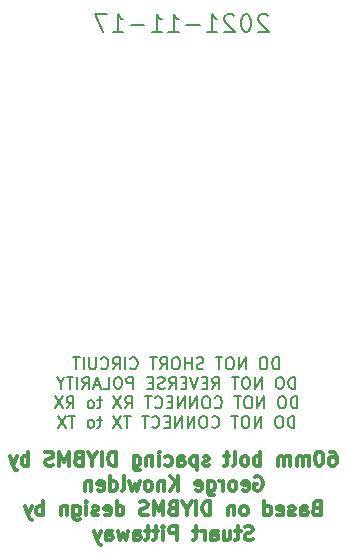
<source format=gbr>
G04 #@! TF.GenerationSoftware,KiCad,Pcbnew,5.1.10-88a1d61d58~88~ubuntu18.04.1*
G04 #@! TF.CreationDate,2021-11-17T22:12:39+08:00*
G04 #@! TF.ProjectId,ModuleV440,4d6f6475-6c65-4563-9434-302e6b696361,rev?*
G04 #@! TF.SameCoordinates,Original*
G04 #@! TF.FileFunction,Legend,Bot*
G04 #@! TF.FilePolarity,Positive*
%FSLAX46Y46*%
G04 Gerber Fmt 4.6, Leading zero omitted, Abs format (unit mm)*
G04 Created by KiCad (PCBNEW 5.1.10-88a1d61d58~88~ubuntu18.04.1) date 2021-11-17 22:12:39*
%MOMM*%
%LPD*%
G01*
G04 APERTURE LIST*
%ADD10C,0.300000*%
%ADD11C,0.150000*%
%ADD12C,0.200000*%
G04 APERTURE END LIST*
D10*
X130146171Y-89280457D02*
X130374742Y-89280457D01*
X130489028Y-89337600D01*
X130546171Y-89394742D01*
X130660457Y-89566171D01*
X130717600Y-89794742D01*
X130717600Y-90251885D01*
X130660457Y-90366171D01*
X130603314Y-90423314D01*
X130489028Y-90480457D01*
X130260457Y-90480457D01*
X130146171Y-90423314D01*
X130089028Y-90366171D01*
X130031885Y-90251885D01*
X130031885Y-89966171D01*
X130089028Y-89851885D01*
X130146171Y-89794742D01*
X130260457Y-89737600D01*
X130489028Y-89737600D01*
X130603314Y-89794742D01*
X130660457Y-89851885D01*
X130717600Y-89966171D01*
X129289028Y-89280457D02*
X129174742Y-89280457D01*
X129060457Y-89337600D01*
X129003314Y-89394742D01*
X128946171Y-89509028D01*
X128889028Y-89737600D01*
X128889028Y-90023314D01*
X128946171Y-90251885D01*
X129003314Y-90366171D01*
X129060457Y-90423314D01*
X129174742Y-90480457D01*
X129289028Y-90480457D01*
X129403314Y-90423314D01*
X129460457Y-90366171D01*
X129517600Y-90251885D01*
X129574742Y-90023314D01*
X129574742Y-89737600D01*
X129517600Y-89509028D01*
X129460457Y-89394742D01*
X129403314Y-89337600D01*
X129289028Y-89280457D01*
X128374742Y-90480457D02*
X128374742Y-89680457D01*
X128374742Y-89794742D02*
X128317600Y-89737600D01*
X128203314Y-89680457D01*
X128031885Y-89680457D01*
X127917600Y-89737600D01*
X127860457Y-89851885D01*
X127860457Y-90480457D01*
X127860457Y-89851885D02*
X127803314Y-89737600D01*
X127689028Y-89680457D01*
X127517600Y-89680457D01*
X127403314Y-89737600D01*
X127346171Y-89851885D01*
X127346171Y-90480457D01*
X126774742Y-90480457D02*
X126774742Y-89680457D01*
X126774742Y-89794742D02*
X126717600Y-89737600D01*
X126603314Y-89680457D01*
X126431885Y-89680457D01*
X126317600Y-89737600D01*
X126260457Y-89851885D01*
X126260457Y-90480457D01*
X126260457Y-89851885D02*
X126203314Y-89737600D01*
X126089028Y-89680457D01*
X125917600Y-89680457D01*
X125803314Y-89737600D01*
X125746171Y-89851885D01*
X125746171Y-90480457D01*
X124260457Y-90480457D02*
X124260457Y-89280457D01*
X124260457Y-89737600D02*
X124146171Y-89680457D01*
X123917600Y-89680457D01*
X123803314Y-89737600D01*
X123746171Y-89794742D01*
X123689028Y-89909028D01*
X123689028Y-90251885D01*
X123746171Y-90366171D01*
X123803314Y-90423314D01*
X123917600Y-90480457D01*
X124146171Y-90480457D01*
X124260457Y-90423314D01*
X123003314Y-90480457D02*
X123117600Y-90423314D01*
X123174742Y-90366171D01*
X123231885Y-90251885D01*
X123231885Y-89909028D01*
X123174742Y-89794742D01*
X123117600Y-89737600D01*
X123003314Y-89680457D01*
X122831885Y-89680457D01*
X122717600Y-89737600D01*
X122660457Y-89794742D01*
X122603314Y-89909028D01*
X122603314Y-90251885D01*
X122660457Y-90366171D01*
X122717600Y-90423314D01*
X122831885Y-90480457D01*
X123003314Y-90480457D01*
X121917600Y-90480457D02*
X122031885Y-90423314D01*
X122089028Y-90309028D01*
X122089028Y-89280457D01*
X121631885Y-89680457D02*
X121174742Y-89680457D01*
X121460457Y-89280457D02*
X121460457Y-90309028D01*
X121403314Y-90423314D01*
X121289028Y-90480457D01*
X121174742Y-90480457D01*
X119917600Y-90423314D02*
X119803314Y-90480457D01*
X119574742Y-90480457D01*
X119460457Y-90423314D01*
X119403314Y-90309028D01*
X119403314Y-90251885D01*
X119460457Y-90137600D01*
X119574742Y-90080457D01*
X119746171Y-90080457D01*
X119860457Y-90023314D01*
X119917600Y-89909028D01*
X119917600Y-89851885D01*
X119860457Y-89737600D01*
X119746171Y-89680457D01*
X119574742Y-89680457D01*
X119460457Y-89737600D01*
X118889028Y-89680457D02*
X118889028Y-90880457D01*
X118889028Y-89737600D02*
X118774742Y-89680457D01*
X118546171Y-89680457D01*
X118431885Y-89737600D01*
X118374742Y-89794742D01*
X118317600Y-89909028D01*
X118317600Y-90251885D01*
X118374742Y-90366171D01*
X118431885Y-90423314D01*
X118546171Y-90480457D01*
X118774742Y-90480457D01*
X118889028Y-90423314D01*
X117289028Y-90480457D02*
X117289028Y-89851885D01*
X117346171Y-89737600D01*
X117460457Y-89680457D01*
X117689028Y-89680457D01*
X117803314Y-89737600D01*
X117289028Y-90423314D02*
X117403314Y-90480457D01*
X117689028Y-90480457D01*
X117803314Y-90423314D01*
X117860457Y-90309028D01*
X117860457Y-90194742D01*
X117803314Y-90080457D01*
X117689028Y-90023314D01*
X117403314Y-90023314D01*
X117289028Y-89966171D01*
X116203314Y-90423314D02*
X116317600Y-90480457D01*
X116546171Y-90480457D01*
X116660457Y-90423314D01*
X116717600Y-90366171D01*
X116774742Y-90251885D01*
X116774742Y-89909028D01*
X116717600Y-89794742D01*
X116660457Y-89737600D01*
X116546171Y-89680457D01*
X116317600Y-89680457D01*
X116203314Y-89737600D01*
X115689028Y-90480457D02*
X115689028Y-89680457D01*
X115689028Y-89280457D02*
X115746171Y-89337600D01*
X115689028Y-89394742D01*
X115631885Y-89337600D01*
X115689028Y-89280457D01*
X115689028Y-89394742D01*
X115117600Y-89680457D02*
X115117600Y-90480457D01*
X115117600Y-89794742D02*
X115060457Y-89737600D01*
X114946171Y-89680457D01*
X114774742Y-89680457D01*
X114660457Y-89737600D01*
X114603314Y-89851885D01*
X114603314Y-90480457D01*
X113517600Y-89680457D02*
X113517600Y-90651885D01*
X113574742Y-90766171D01*
X113631885Y-90823314D01*
X113746171Y-90880457D01*
X113917600Y-90880457D01*
X114031885Y-90823314D01*
X113517600Y-90423314D02*
X113631885Y-90480457D01*
X113860457Y-90480457D01*
X113974742Y-90423314D01*
X114031885Y-90366171D01*
X114089028Y-90251885D01*
X114089028Y-89909028D01*
X114031885Y-89794742D01*
X113974742Y-89737600D01*
X113860457Y-89680457D01*
X113631885Y-89680457D01*
X113517600Y-89737600D01*
X112031885Y-90480457D02*
X112031885Y-89280457D01*
X111746171Y-89280457D01*
X111574742Y-89337600D01*
X111460457Y-89451885D01*
X111403314Y-89566171D01*
X111346171Y-89794742D01*
X111346171Y-89966171D01*
X111403314Y-90194742D01*
X111460457Y-90309028D01*
X111574742Y-90423314D01*
X111746171Y-90480457D01*
X112031885Y-90480457D01*
X110831885Y-90480457D02*
X110831885Y-89280457D01*
X110031885Y-89909028D02*
X110031885Y-90480457D01*
X110431885Y-89280457D02*
X110031885Y-89909028D01*
X109631885Y-89280457D01*
X108831885Y-89851885D02*
X108660457Y-89909028D01*
X108603314Y-89966171D01*
X108546171Y-90080457D01*
X108546171Y-90251885D01*
X108603314Y-90366171D01*
X108660457Y-90423314D01*
X108774742Y-90480457D01*
X109231885Y-90480457D01*
X109231885Y-89280457D01*
X108831885Y-89280457D01*
X108717600Y-89337600D01*
X108660457Y-89394742D01*
X108603314Y-89509028D01*
X108603314Y-89623314D01*
X108660457Y-89737600D01*
X108717600Y-89794742D01*
X108831885Y-89851885D01*
X109231885Y-89851885D01*
X108031885Y-90480457D02*
X108031885Y-89280457D01*
X107631885Y-90137600D01*
X107231885Y-89280457D01*
X107231885Y-90480457D01*
X106717600Y-90423314D02*
X106546171Y-90480457D01*
X106260457Y-90480457D01*
X106146171Y-90423314D01*
X106089028Y-90366171D01*
X106031885Y-90251885D01*
X106031885Y-90137600D01*
X106089028Y-90023314D01*
X106146171Y-89966171D01*
X106260457Y-89909028D01*
X106489028Y-89851885D01*
X106603314Y-89794742D01*
X106660457Y-89737600D01*
X106717600Y-89623314D01*
X106717600Y-89509028D01*
X106660457Y-89394742D01*
X106603314Y-89337600D01*
X106489028Y-89280457D01*
X106203314Y-89280457D01*
X106031885Y-89337600D01*
X104603314Y-90480457D02*
X104603314Y-89280457D01*
X104603314Y-89737600D02*
X104489028Y-89680457D01*
X104260457Y-89680457D01*
X104146171Y-89737600D01*
X104089028Y-89794742D01*
X104031885Y-89909028D01*
X104031885Y-90251885D01*
X104089028Y-90366171D01*
X104146171Y-90423314D01*
X104260457Y-90480457D01*
X104489028Y-90480457D01*
X104603314Y-90423314D01*
X103631885Y-89680457D02*
X103346171Y-90480457D01*
X103060457Y-89680457D02*
X103346171Y-90480457D01*
X103460457Y-90766171D01*
X103517600Y-90823314D01*
X103631885Y-90880457D01*
X123774742Y-91437600D02*
X123889028Y-91380457D01*
X124060457Y-91380457D01*
X124231885Y-91437600D01*
X124346171Y-91551885D01*
X124403314Y-91666171D01*
X124460457Y-91894742D01*
X124460457Y-92066171D01*
X124403314Y-92294742D01*
X124346171Y-92409028D01*
X124231885Y-92523314D01*
X124060457Y-92580457D01*
X123946171Y-92580457D01*
X123774742Y-92523314D01*
X123717600Y-92466171D01*
X123717600Y-92066171D01*
X123946171Y-92066171D01*
X122746171Y-92523314D02*
X122860457Y-92580457D01*
X123089028Y-92580457D01*
X123203314Y-92523314D01*
X123260457Y-92409028D01*
X123260457Y-91951885D01*
X123203314Y-91837600D01*
X123089028Y-91780457D01*
X122860457Y-91780457D01*
X122746171Y-91837600D01*
X122689028Y-91951885D01*
X122689028Y-92066171D01*
X123260457Y-92180457D01*
X122003314Y-92580457D02*
X122117600Y-92523314D01*
X122174742Y-92466171D01*
X122231885Y-92351885D01*
X122231885Y-92009028D01*
X122174742Y-91894742D01*
X122117600Y-91837600D01*
X122003314Y-91780457D01*
X121831885Y-91780457D01*
X121717600Y-91837600D01*
X121660457Y-91894742D01*
X121603314Y-92009028D01*
X121603314Y-92351885D01*
X121660457Y-92466171D01*
X121717600Y-92523314D01*
X121831885Y-92580457D01*
X122003314Y-92580457D01*
X121089028Y-92580457D02*
X121089028Y-91780457D01*
X121089028Y-92009028D02*
X121031885Y-91894742D01*
X120974742Y-91837600D01*
X120860457Y-91780457D01*
X120746171Y-91780457D01*
X119831885Y-91780457D02*
X119831885Y-92751885D01*
X119889028Y-92866171D01*
X119946171Y-92923314D01*
X120060457Y-92980457D01*
X120231885Y-92980457D01*
X120346171Y-92923314D01*
X119831885Y-92523314D02*
X119946171Y-92580457D01*
X120174742Y-92580457D01*
X120289028Y-92523314D01*
X120346171Y-92466171D01*
X120403314Y-92351885D01*
X120403314Y-92009028D01*
X120346171Y-91894742D01*
X120289028Y-91837600D01*
X120174742Y-91780457D01*
X119946171Y-91780457D01*
X119831885Y-91837600D01*
X118803314Y-92523314D02*
X118917600Y-92580457D01*
X119146171Y-92580457D01*
X119260457Y-92523314D01*
X119317600Y-92409028D01*
X119317600Y-91951885D01*
X119260457Y-91837600D01*
X119146171Y-91780457D01*
X118917600Y-91780457D01*
X118803314Y-91837600D01*
X118746171Y-91951885D01*
X118746171Y-92066171D01*
X119317600Y-92180457D01*
X117317600Y-92580457D02*
X117317600Y-91380457D01*
X116631885Y-92580457D02*
X117146171Y-91894742D01*
X116631885Y-91380457D02*
X117317600Y-92066171D01*
X116117600Y-91780457D02*
X116117600Y-92580457D01*
X116117600Y-91894742D02*
X116060457Y-91837600D01*
X115946171Y-91780457D01*
X115774742Y-91780457D01*
X115660457Y-91837600D01*
X115603314Y-91951885D01*
X115603314Y-92580457D01*
X114860457Y-92580457D02*
X114974742Y-92523314D01*
X115031885Y-92466171D01*
X115089028Y-92351885D01*
X115089028Y-92009028D01*
X115031885Y-91894742D01*
X114974742Y-91837600D01*
X114860457Y-91780457D01*
X114689028Y-91780457D01*
X114574742Y-91837600D01*
X114517600Y-91894742D01*
X114460457Y-92009028D01*
X114460457Y-92351885D01*
X114517600Y-92466171D01*
X114574742Y-92523314D01*
X114689028Y-92580457D01*
X114860457Y-92580457D01*
X114060457Y-91780457D02*
X113831885Y-92580457D01*
X113603314Y-92009028D01*
X113374742Y-92580457D01*
X113146171Y-91780457D01*
X112517600Y-92580457D02*
X112631885Y-92523314D01*
X112689028Y-92409028D01*
X112689028Y-91380457D01*
X111546171Y-92580457D02*
X111546171Y-91380457D01*
X111546171Y-92523314D02*
X111660457Y-92580457D01*
X111889028Y-92580457D01*
X112003314Y-92523314D01*
X112060457Y-92466171D01*
X112117600Y-92351885D01*
X112117600Y-92009028D01*
X112060457Y-91894742D01*
X112003314Y-91837600D01*
X111889028Y-91780457D01*
X111660457Y-91780457D01*
X111546171Y-91837600D01*
X110517600Y-92523314D02*
X110631885Y-92580457D01*
X110860457Y-92580457D01*
X110974742Y-92523314D01*
X111031885Y-92409028D01*
X111031885Y-91951885D01*
X110974742Y-91837600D01*
X110860457Y-91780457D01*
X110631885Y-91780457D01*
X110517600Y-91837600D01*
X110460457Y-91951885D01*
X110460457Y-92066171D01*
X111031885Y-92180457D01*
X109946171Y-91780457D02*
X109946171Y-92580457D01*
X109946171Y-91894742D02*
X109889028Y-91837600D01*
X109774742Y-91780457D01*
X109603314Y-91780457D01*
X109489028Y-91837600D01*
X109431885Y-91951885D01*
X109431885Y-92580457D01*
X129003314Y-94051885D02*
X128831885Y-94109028D01*
X128774742Y-94166171D01*
X128717600Y-94280457D01*
X128717600Y-94451885D01*
X128774742Y-94566171D01*
X128831885Y-94623314D01*
X128946171Y-94680457D01*
X129403314Y-94680457D01*
X129403314Y-93480457D01*
X129003314Y-93480457D01*
X128889028Y-93537600D01*
X128831885Y-93594742D01*
X128774742Y-93709028D01*
X128774742Y-93823314D01*
X128831885Y-93937600D01*
X128889028Y-93994742D01*
X129003314Y-94051885D01*
X129403314Y-94051885D01*
X127689028Y-94680457D02*
X127689028Y-94051885D01*
X127746171Y-93937600D01*
X127860457Y-93880457D01*
X128089028Y-93880457D01*
X128203314Y-93937600D01*
X127689028Y-94623314D02*
X127803314Y-94680457D01*
X128089028Y-94680457D01*
X128203314Y-94623314D01*
X128260457Y-94509028D01*
X128260457Y-94394742D01*
X128203314Y-94280457D01*
X128089028Y-94223314D01*
X127803314Y-94223314D01*
X127689028Y-94166171D01*
X127174742Y-94623314D02*
X127060457Y-94680457D01*
X126831885Y-94680457D01*
X126717600Y-94623314D01*
X126660457Y-94509028D01*
X126660457Y-94451885D01*
X126717600Y-94337600D01*
X126831885Y-94280457D01*
X127003314Y-94280457D01*
X127117600Y-94223314D01*
X127174742Y-94109028D01*
X127174742Y-94051885D01*
X127117600Y-93937600D01*
X127003314Y-93880457D01*
X126831885Y-93880457D01*
X126717600Y-93937600D01*
X125689028Y-94623314D02*
X125803314Y-94680457D01*
X126031885Y-94680457D01*
X126146171Y-94623314D01*
X126203314Y-94509028D01*
X126203314Y-94051885D01*
X126146171Y-93937600D01*
X126031885Y-93880457D01*
X125803314Y-93880457D01*
X125689028Y-93937600D01*
X125631885Y-94051885D01*
X125631885Y-94166171D01*
X126203314Y-94280457D01*
X124603314Y-94680457D02*
X124603314Y-93480457D01*
X124603314Y-94623314D02*
X124717600Y-94680457D01*
X124946171Y-94680457D01*
X125060457Y-94623314D01*
X125117600Y-94566171D01*
X125174742Y-94451885D01*
X125174742Y-94109028D01*
X125117600Y-93994742D01*
X125060457Y-93937600D01*
X124946171Y-93880457D01*
X124717600Y-93880457D01*
X124603314Y-93937600D01*
X122946171Y-94680457D02*
X123060457Y-94623314D01*
X123117600Y-94566171D01*
X123174742Y-94451885D01*
X123174742Y-94109028D01*
X123117600Y-93994742D01*
X123060457Y-93937600D01*
X122946171Y-93880457D01*
X122774742Y-93880457D01*
X122660457Y-93937600D01*
X122603314Y-93994742D01*
X122546171Y-94109028D01*
X122546171Y-94451885D01*
X122603314Y-94566171D01*
X122660457Y-94623314D01*
X122774742Y-94680457D01*
X122946171Y-94680457D01*
X122031885Y-93880457D02*
X122031885Y-94680457D01*
X122031885Y-93994742D02*
X121974742Y-93937600D01*
X121860457Y-93880457D01*
X121689028Y-93880457D01*
X121574742Y-93937600D01*
X121517600Y-94051885D01*
X121517600Y-94680457D01*
X120031885Y-94680457D02*
X120031885Y-93480457D01*
X119746171Y-93480457D01*
X119574742Y-93537600D01*
X119460457Y-93651885D01*
X119403314Y-93766171D01*
X119346171Y-93994742D01*
X119346171Y-94166171D01*
X119403314Y-94394742D01*
X119460457Y-94509028D01*
X119574742Y-94623314D01*
X119746171Y-94680457D01*
X120031885Y-94680457D01*
X118831885Y-94680457D02*
X118831885Y-93480457D01*
X118031885Y-94109028D02*
X118031885Y-94680457D01*
X118431885Y-93480457D02*
X118031885Y-94109028D01*
X117631885Y-93480457D01*
X116831885Y-94051885D02*
X116660457Y-94109028D01*
X116603314Y-94166171D01*
X116546171Y-94280457D01*
X116546171Y-94451885D01*
X116603314Y-94566171D01*
X116660457Y-94623314D01*
X116774742Y-94680457D01*
X117231885Y-94680457D01*
X117231885Y-93480457D01*
X116831885Y-93480457D01*
X116717600Y-93537600D01*
X116660457Y-93594742D01*
X116603314Y-93709028D01*
X116603314Y-93823314D01*
X116660457Y-93937600D01*
X116717600Y-93994742D01*
X116831885Y-94051885D01*
X117231885Y-94051885D01*
X116031885Y-94680457D02*
X116031885Y-93480457D01*
X115631885Y-94337600D01*
X115231885Y-93480457D01*
X115231885Y-94680457D01*
X114717600Y-94623314D02*
X114546171Y-94680457D01*
X114260457Y-94680457D01*
X114146171Y-94623314D01*
X114089028Y-94566171D01*
X114031885Y-94451885D01*
X114031885Y-94337600D01*
X114089028Y-94223314D01*
X114146171Y-94166171D01*
X114260457Y-94109028D01*
X114489028Y-94051885D01*
X114603314Y-93994742D01*
X114660457Y-93937600D01*
X114717600Y-93823314D01*
X114717600Y-93709028D01*
X114660457Y-93594742D01*
X114603314Y-93537600D01*
X114489028Y-93480457D01*
X114203314Y-93480457D01*
X114031885Y-93537600D01*
X112089028Y-94680457D02*
X112089028Y-93480457D01*
X112089028Y-94623314D02*
X112203314Y-94680457D01*
X112431885Y-94680457D01*
X112546171Y-94623314D01*
X112603314Y-94566171D01*
X112660457Y-94451885D01*
X112660457Y-94109028D01*
X112603314Y-93994742D01*
X112546171Y-93937600D01*
X112431885Y-93880457D01*
X112203314Y-93880457D01*
X112089028Y-93937600D01*
X111060457Y-94623314D02*
X111174742Y-94680457D01*
X111403314Y-94680457D01*
X111517600Y-94623314D01*
X111574742Y-94509028D01*
X111574742Y-94051885D01*
X111517600Y-93937600D01*
X111403314Y-93880457D01*
X111174742Y-93880457D01*
X111060457Y-93937600D01*
X111003314Y-94051885D01*
X111003314Y-94166171D01*
X111574742Y-94280457D01*
X110546171Y-94623314D02*
X110431885Y-94680457D01*
X110203314Y-94680457D01*
X110089028Y-94623314D01*
X110031885Y-94509028D01*
X110031885Y-94451885D01*
X110089028Y-94337600D01*
X110203314Y-94280457D01*
X110374742Y-94280457D01*
X110489028Y-94223314D01*
X110546171Y-94109028D01*
X110546171Y-94051885D01*
X110489028Y-93937600D01*
X110374742Y-93880457D01*
X110203314Y-93880457D01*
X110089028Y-93937600D01*
X109517600Y-94680457D02*
X109517600Y-93880457D01*
X109517600Y-93480457D02*
X109574742Y-93537600D01*
X109517600Y-93594742D01*
X109460457Y-93537600D01*
X109517600Y-93480457D01*
X109517600Y-93594742D01*
X108431885Y-93880457D02*
X108431885Y-94851885D01*
X108489028Y-94966171D01*
X108546171Y-95023314D01*
X108660457Y-95080457D01*
X108831885Y-95080457D01*
X108946171Y-95023314D01*
X108431885Y-94623314D02*
X108546171Y-94680457D01*
X108774742Y-94680457D01*
X108889028Y-94623314D01*
X108946171Y-94566171D01*
X109003314Y-94451885D01*
X109003314Y-94109028D01*
X108946171Y-93994742D01*
X108889028Y-93937600D01*
X108774742Y-93880457D01*
X108546171Y-93880457D01*
X108431885Y-93937600D01*
X107860457Y-93880457D02*
X107860457Y-94680457D01*
X107860457Y-93994742D02*
X107803314Y-93937600D01*
X107689028Y-93880457D01*
X107517600Y-93880457D01*
X107403314Y-93937600D01*
X107346171Y-94051885D01*
X107346171Y-94680457D01*
X105860457Y-94680457D02*
X105860457Y-93480457D01*
X105860457Y-93937600D02*
X105746171Y-93880457D01*
X105517600Y-93880457D01*
X105403314Y-93937600D01*
X105346171Y-93994742D01*
X105289028Y-94109028D01*
X105289028Y-94451885D01*
X105346171Y-94566171D01*
X105403314Y-94623314D01*
X105517600Y-94680457D01*
X105746171Y-94680457D01*
X105860457Y-94623314D01*
X104889028Y-93880457D02*
X104603314Y-94680457D01*
X104317600Y-93880457D02*
X104603314Y-94680457D01*
X104717600Y-94966171D01*
X104774742Y-95023314D01*
X104889028Y-95080457D01*
X123603314Y-96723314D02*
X123431885Y-96780457D01*
X123146171Y-96780457D01*
X123031885Y-96723314D01*
X122974742Y-96666171D01*
X122917600Y-96551885D01*
X122917600Y-96437600D01*
X122974742Y-96323314D01*
X123031885Y-96266171D01*
X123146171Y-96209028D01*
X123374742Y-96151885D01*
X123489028Y-96094742D01*
X123546171Y-96037600D01*
X123603314Y-95923314D01*
X123603314Y-95809028D01*
X123546171Y-95694742D01*
X123489028Y-95637600D01*
X123374742Y-95580457D01*
X123089028Y-95580457D01*
X122917600Y-95637600D01*
X122574742Y-95980457D02*
X122117600Y-95980457D01*
X122403314Y-95580457D02*
X122403314Y-96609028D01*
X122346171Y-96723314D01*
X122231885Y-96780457D01*
X122117600Y-96780457D01*
X121203314Y-95980457D02*
X121203314Y-96780457D01*
X121717600Y-95980457D02*
X121717600Y-96609028D01*
X121660457Y-96723314D01*
X121546171Y-96780457D01*
X121374742Y-96780457D01*
X121260457Y-96723314D01*
X121203314Y-96666171D01*
X120117600Y-96780457D02*
X120117600Y-96151885D01*
X120174742Y-96037600D01*
X120289028Y-95980457D01*
X120517600Y-95980457D01*
X120631885Y-96037600D01*
X120117600Y-96723314D02*
X120231885Y-96780457D01*
X120517600Y-96780457D01*
X120631885Y-96723314D01*
X120689028Y-96609028D01*
X120689028Y-96494742D01*
X120631885Y-96380457D01*
X120517600Y-96323314D01*
X120231885Y-96323314D01*
X120117600Y-96266171D01*
X119546171Y-96780457D02*
X119546171Y-95980457D01*
X119546171Y-96209028D02*
X119489028Y-96094742D01*
X119431885Y-96037600D01*
X119317600Y-95980457D01*
X119203314Y-95980457D01*
X118974742Y-95980457D02*
X118517600Y-95980457D01*
X118803314Y-95580457D02*
X118803314Y-96609028D01*
X118746171Y-96723314D01*
X118631885Y-96780457D01*
X118517600Y-96780457D01*
X117203314Y-96780457D02*
X117203314Y-95580457D01*
X116746171Y-95580457D01*
X116631885Y-95637600D01*
X116574742Y-95694742D01*
X116517600Y-95809028D01*
X116517600Y-95980457D01*
X116574742Y-96094742D01*
X116631885Y-96151885D01*
X116746171Y-96209028D01*
X117203314Y-96209028D01*
X116003314Y-96780457D02*
X116003314Y-95980457D01*
X116003314Y-95580457D02*
X116060457Y-95637600D01*
X116003314Y-95694742D01*
X115946171Y-95637600D01*
X116003314Y-95580457D01*
X116003314Y-95694742D01*
X115603314Y-95980457D02*
X115146171Y-95980457D01*
X115431885Y-95580457D02*
X115431885Y-96609028D01*
X115374742Y-96723314D01*
X115260457Y-96780457D01*
X115146171Y-96780457D01*
X114917600Y-95980457D02*
X114460457Y-95980457D01*
X114746171Y-95580457D02*
X114746171Y-96609028D01*
X114689028Y-96723314D01*
X114574742Y-96780457D01*
X114460457Y-96780457D01*
X113546171Y-96780457D02*
X113546171Y-96151885D01*
X113603314Y-96037600D01*
X113717600Y-95980457D01*
X113946171Y-95980457D01*
X114060457Y-96037600D01*
X113546171Y-96723314D02*
X113660457Y-96780457D01*
X113946171Y-96780457D01*
X114060457Y-96723314D01*
X114117600Y-96609028D01*
X114117600Y-96494742D01*
X114060457Y-96380457D01*
X113946171Y-96323314D01*
X113660457Y-96323314D01*
X113546171Y-96266171D01*
X113089028Y-95980457D02*
X112860457Y-96780457D01*
X112631885Y-96209028D01*
X112403314Y-96780457D01*
X112174742Y-95980457D01*
X111203314Y-96780457D02*
X111203314Y-96151885D01*
X111260457Y-96037600D01*
X111374742Y-95980457D01*
X111603314Y-95980457D01*
X111717600Y-96037600D01*
X111203314Y-96723314D02*
X111317600Y-96780457D01*
X111603314Y-96780457D01*
X111717600Y-96723314D01*
X111774742Y-96609028D01*
X111774742Y-96494742D01*
X111717600Y-96380457D01*
X111603314Y-96323314D01*
X111317600Y-96323314D01*
X111203314Y-96266171D01*
X110746171Y-95980457D02*
X110460457Y-96780457D01*
X110174742Y-95980457D02*
X110460457Y-96780457D01*
X110574742Y-97066171D01*
X110631885Y-97123314D01*
X110746171Y-97180457D01*
D11*
X125810457Y-82314980D02*
X125810457Y-81314980D01*
X125572361Y-81314980D01*
X125429504Y-81362600D01*
X125334266Y-81457838D01*
X125286647Y-81553076D01*
X125239028Y-81743552D01*
X125239028Y-81886409D01*
X125286647Y-82076885D01*
X125334266Y-82172123D01*
X125429504Y-82267361D01*
X125572361Y-82314980D01*
X125810457Y-82314980D01*
X124619980Y-81314980D02*
X124429504Y-81314980D01*
X124334266Y-81362600D01*
X124239028Y-81457838D01*
X124191409Y-81648314D01*
X124191409Y-81981647D01*
X124239028Y-82172123D01*
X124334266Y-82267361D01*
X124429504Y-82314980D01*
X124619980Y-82314980D01*
X124715219Y-82267361D01*
X124810457Y-82172123D01*
X124858076Y-81981647D01*
X124858076Y-81648314D01*
X124810457Y-81457838D01*
X124715219Y-81362600D01*
X124619980Y-81314980D01*
X123000933Y-82314980D02*
X123000933Y-81314980D01*
X122429504Y-82314980D01*
X122429504Y-81314980D01*
X121762838Y-81314980D02*
X121572361Y-81314980D01*
X121477123Y-81362600D01*
X121381885Y-81457838D01*
X121334266Y-81648314D01*
X121334266Y-81981647D01*
X121381885Y-82172123D01*
X121477123Y-82267361D01*
X121572361Y-82314980D01*
X121762838Y-82314980D01*
X121858076Y-82267361D01*
X121953314Y-82172123D01*
X122000933Y-81981647D01*
X122000933Y-81648314D01*
X121953314Y-81457838D01*
X121858076Y-81362600D01*
X121762838Y-81314980D01*
X121048552Y-81314980D02*
X120477123Y-81314980D01*
X120762838Y-82314980D02*
X120762838Y-81314980D01*
X119429504Y-82267361D02*
X119286647Y-82314980D01*
X119048552Y-82314980D01*
X118953314Y-82267361D01*
X118905695Y-82219742D01*
X118858076Y-82124504D01*
X118858076Y-82029266D01*
X118905695Y-81934028D01*
X118953314Y-81886409D01*
X119048552Y-81838790D01*
X119239028Y-81791171D01*
X119334266Y-81743552D01*
X119381885Y-81695933D01*
X119429504Y-81600695D01*
X119429504Y-81505457D01*
X119381885Y-81410219D01*
X119334266Y-81362600D01*
X119239028Y-81314980D01*
X119000933Y-81314980D01*
X118858076Y-81362600D01*
X118429504Y-82314980D02*
X118429504Y-81314980D01*
X118429504Y-81791171D02*
X117858076Y-81791171D01*
X117858076Y-82314980D02*
X117858076Y-81314980D01*
X117191409Y-81314980D02*
X117000933Y-81314980D01*
X116905695Y-81362600D01*
X116810457Y-81457838D01*
X116762838Y-81648314D01*
X116762838Y-81981647D01*
X116810457Y-82172123D01*
X116905695Y-82267361D01*
X117000933Y-82314980D01*
X117191409Y-82314980D01*
X117286647Y-82267361D01*
X117381885Y-82172123D01*
X117429504Y-81981647D01*
X117429504Y-81648314D01*
X117381885Y-81457838D01*
X117286647Y-81362600D01*
X117191409Y-81314980D01*
X115762838Y-82314980D02*
X116096171Y-81838790D01*
X116334266Y-82314980D02*
X116334266Y-81314980D01*
X115953314Y-81314980D01*
X115858076Y-81362600D01*
X115810457Y-81410219D01*
X115762838Y-81505457D01*
X115762838Y-81648314D01*
X115810457Y-81743552D01*
X115858076Y-81791171D01*
X115953314Y-81838790D01*
X116334266Y-81838790D01*
X115477123Y-81314980D02*
X114905695Y-81314980D01*
X115191409Y-82314980D02*
X115191409Y-81314980D01*
X113239028Y-82219742D02*
X113286647Y-82267361D01*
X113429504Y-82314980D01*
X113524742Y-82314980D01*
X113667600Y-82267361D01*
X113762838Y-82172123D01*
X113810457Y-82076885D01*
X113858076Y-81886409D01*
X113858076Y-81743552D01*
X113810457Y-81553076D01*
X113762838Y-81457838D01*
X113667600Y-81362600D01*
X113524742Y-81314980D01*
X113429504Y-81314980D01*
X113286647Y-81362600D01*
X113239028Y-81410219D01*
X112810457Y-82314980D02*
X112810457Y-81314980D01*
X111762838Y-82314980D02*
X112096171Y-81838790D01*
X112334266Y-82314980D02*
X112334266Y-81314980D01*
X111953314Y-81314980D01*
X111858076Y-81362600D01*
X111810457Y-81410219D01*
X111762838Y-81505457D01*
X111762838Y-81648314D01*
X111810457Y-81743552D01*
X111858076Y-81791171D01*
X111953314Y-81838790D01*
X112334266Y-81838790D01*
X110762838Y-82219742D02*
X110810457Y-82267361D01*
X110953314Y-82314980D01*
X111048552Y-82314980D01*
X111191409Y-82267361D01*
X111286647Y-82172123D01*
X111334266Y-82076885D01*
X111381885Y-81886409D01*
X111381885Y-81743552D01*
X111334266Y-81553076D01*
X111286647Y-81457838D01*
X111191409Y-81362600D01*
X111048552Y-81314980D01*
X110953314Y-81314980D01*
X110810457Y-81362600D01*
X110762838Y-81410219D01*
X110334266Y-81314980D02*
X110334266Y-82124504D01*
X110286647Y-82219742D01*
X110239028Y-82267361D01*
X110143790Y-82314980D01*
X109953314Y-82314980D01*
X109858076Y-82267361D01*
X109810457Y-82219742D01*
X109762838Y-82124504D01*
X109762838Y-81314980D01*
X109286647Y-82314980D02*
X109286647Y-81314980D01*
X108953314Y-81314980D02*
X108381885Y-81314980D01*
X108667600Y-82314980D02*
X108667600Y-81314980D01*
X127191409Y-83964980D02*
X127191409Y-82964980D01*
X126953314Y-82964980D01*
X126810457Y-83012600D01*
X126715219Y-83107838D01*
X126667600Y-83203076D01*
X126619980Y-83393552D01*
X126619980Y-83536409D01*
X126667600Y-83726885D01*
X126715219Y-83822123D01*
X126810457Y-83917361D01*
X126953314Y-83964980D01*
X127191409Y-83964980D01*
X126000933Y-82964980D02*
X125810457Y-82964980D01*
X125715219Y-83012600D01*
X125619980Y-83107838D01*
X125572361Y-83298314D01*
X125572361Y-83631647D01*
X125619980Y-83822123D01*
X125715219Y-83917361D01*
X125810457Y-83964980D01*
X126000933Y-83964980D01*
X126096171Y-83917361D01*
X126191409Y-83822123D01*
X126239028Y-83631647D01*
X126239028Y-83298314D01*
X126191409Y-83107838D01*
X126096171Y-83012600D01*
X126000933Y-82964980D01*
X124381885Y-83964980D02*
X124381885Y-82964980D01*
X123810457Y-83964980D01*
X123810457Y-82964980D01*
X123143790Y-82964980D02*
X122953314Y-82964980D01*
X122858076Y-83012600D01*
X122762838Y-83107838D01*
X122715219Y-83298314D01*
X122715219Y-83631647D01*
X122762838Y-83822123D01*
X122858076Y-83917361D01*
X122953314Y-83964980D01*
X123143790Y-83964980D01*
X123239028Y-83917361D01*
X123334266Y-83822123D01*
X123381885Y-83631647D01*
X123381885Y-83298314D01*
X123334266Y-83107838D01*
X123239028Y-83012600D01*
X123143790Y-82964980D01*
X122429504Y-82964980D02*
X121858076Y-82964980D01*
X122143790Y-83964980D02*
X122143790Y-82964980D01*
X120191409Y-83964980D02*
X120524742Y-83488790D01*
X120762838Y-83964980D02*
X120762838Y-82964980D01*
X120381885Y-82964980D01*
X120286647Y-83012600D01*
X120239028Y-83060219D01*
X120191409Y-83155457D01*
X120191409Y-83298314D01*
X120239028Y-83393552D01*
X120286647Y-83441171D01*
X120381885Y-83488790D01*
X120762838Y-83488790D01*
X119762838Y-83441171D02*
X119429504Y-83441171D01*
X119286647Y-83964980D02*
X119762838Y-83964980D01*
X119762838Y-82964980D01*
X119286647Y-82964980D01*
X119000933Y-82964980D02*
X118667600Y-83964980D01*
X118334266Y-82964980D01*
X118000933Y-83441171D02*
X117667600Y-83441171D01*
X117524742Y-83964980D02*
X118000933Y-83964980D01*
X118000933Y-82964980D01*
X117524742Y-82964980D01*
X116524742Y-83964980D02*
X116858076Y-83488790D01*
X117096171Y-83964980D02*
X117096171Y-82964980D01*
X116715219Y-82964980D01*
X116619980Y-83012600D01*
X116572361Y-83060219D01*
X116524742Y-83155457D01*
X116524742Y-83298314D01*
X116572361Y-83393552D01*
X116619980Y-83441171D01*
X116715219Y-83488790D01*
X117096171Y-83488790D01*
X116143790Y-83917361D02*
X116000933Y-83964980D01*
X115762838Y-83964980D01*
X115667600Y-83917361D01*
X115619980Y-83869742D01*
X115572361Y-83774504D01*
X115572361Y-83679266D01*
X115619980Y-83584028D01*
X115667600Y-83536409D01*
X115762838Y-83488790D01*
X115953314Y-83441171D01*
X116048552Y-83393552D01*
X116096171Y-83345933D01*
X116143790Y-83250695D01*
X116143790Y-83155457D01*
X116096171Y-83060219D01*
X116048552Y-83012600D01*
X115953314Y-82964980D01*
X115715219Y-82964980D01*
X115572361Y-83012600D01*
X115143790Y-83441171D02*
X114810457Y-83441171D01*
X114667600Y-83964980D02*
X115143790Y-83964980D01*
X115143790Y-82964980D01*
X114667600Y-82964980D01*
X113477123Y-83964980D02*
X113477123Y-82964980D01*
X113096171Y-82964980D01*
X113000933Y-83012600D01*
X112953314Y-83060219D01*
X112905695Y-83155457D01*
X112905695Y-83298314D01*
X112953314Y-83393552D01*
X113000933Y-83441171D01*
X113096171Y-83488790D01*
X113477123Y-83488790D01*
X112286647Y-82964980D02*
X112096171Y-82964980D01*
X112000933Y-83012600D01*
X111905695Y-83107838D01*
X111858076Y-83298314D01*
X111858076Y-83631647D01*
X111905695Y-83822123D01*
X112000933Y-83917361D01*
X112096171Y-83964980D01*
X112286647Y-83964980D01*
X112381885Y-83917361D01*
X112477123Y-83822123D01*
X112524742Y-83631647D01*
X112524742Y-83298314D01*
X112477123Y-83107838D01*
X112381885Y-83012600D01*
X112286647Y-82964980D01*
X110953314Y-83964980D02*
X111429504Y-83964980D01*
X111429504Y-82964980D01*
X110667600Y-83679266D02*
X110191409Y-83679266D01*
X110762838Y-83964980D02*
X110429504Y-82964980D01*
X110096171Y-83964980D01*
X109191409Y-83964980D02*
X109524742Y-83488790D01*
X109762838Y-83964980D02*
X109762838Y-82964980D01*
X109381885Y-82964980D01*
X109286647Y-83012600D01*
X109239028Y-83060219D01*
X109191409Y-83155457D01*
X109191409Y-83298314D01*
X109239028Y-83393552D01*
X109286647Y-83441171D01*
X109381885Y-83488790D01*
X109762838Y-83488790D01*
X108762838Y-83964980D02*
X108762838Y-82964980D01*
X108429504Y-82964980D02*
X107858076Y-82964980D01*
X108143790Y-83964980D02*
X108143790Y-82964980D01*
X107334266Y-83488790D02*
X107334266Y-83964980D01*
X107667600Y-82964980D02*
X107334266Y-83488790D01*
X107000933Y-82964980D01*
X127381885Y-85614980D02*
X127381885Y-84614980D01*
X127143790Y-84614980D01*
X127000933Y-84662600D01*
X126905695Y-84757838D01*
X126858076Y-84853076D01*
X126810457Y-85043552D01*
X126810457Y-85186409D01*
X126858076Y-85376885D01*
X126905695Y-85472123D01*
X127000933Y-85567361D01*
X127143790Y-85614980D01*
X127381885Y-85614980D01*
X126191409Y-84614980D02*
X126000933Y-84614980D01*
X125905695Y-84662600D01*
X125810457Y-84757838D01*
X125762838Y-84948314D01*
X125762838Y-85281647D01*
X125810457Y-85472123D01*
X125905695Y-85567361D01*
X126000933Y-85614980D01*
X126191409Y-85614980D01*
X126286647Y-85567361D01*
X126381885Y-85472123D01*
X126429504Y-85281647D01*
X126429504Y-84948314D01*
X126381885Y-84757838D01*
X126286647Y-84662600D01*
X126191409Y-84614980D01*
X124572361Y-85614980D02*
X124572361Y-84614980D01*
X124000933Y-85614980D01*
X124000933Y-84614980D01*
X123334266Y-84614980D02*
X123143790Y-84614980D01*
X123048552Y-84662600D01*
X122953314Y-84757838D01*
X122905695Y-84948314D01*
X122905695Y-85281647D01*
X122953314Y-85472123D01*
X123048552Y-85567361D01*
X123143790Y-85614980D01*
X123334266Y-85614980D01*
X123429504Y-85567361D01*
X123524742Y-85472123D01*
X123572361Y-85281647D01*
X123572361Y-84948314D01*
X123524742Y-84757838D01*
X123429504Y-84662600D01*
X123334266Y-84614980D01*
X122619980Y-84614980D02*
X122048552Y-84614980D01*
X122334266Y-85614980D02*
X122334266Y-84614980D01*
X120381885Y-85519742D02*
X120429504Y-85567361D01*
X120572361Y-85614980D01*
X120667600Y-85614980D01*
X120810457Y-85567361D01*
X120905695Y-85472123D01*
X120953314Y-85376885D01*
X121000933Y-85186409D01*
X121000933Y-85043552D01*
X120953314Y-84853076D01*
X120905695Y-84757838D01*
X120810457Y-84662600D01*
X120667600Y-84614980D01*
X120572361Y-84614980D01*
X120429504Y-84662600D01*
X120381885Y-84710219D01*
X119762838Y-84614980D02*
X119572361Y-84614980D01*
X119477123Y-84662600D01*
X119381885Y-84757838D01*
X119334266Y-84948314D01*
X119334266Y-85281647D01*
X119381885Y-85472123D01*
X119477123Y-85567361D01*
X119572361Y-85614980D01*
X119762838Y-85614980D01*
X119858076Y-85567361D01*
X119953314Y-85472123D01*
X120000933Y-85281647D01*
X120000933Y-84948314D01*
X119953314Y-84757838D01*
X119858076Y-84662600D01*
X119762838Y-84614980D01*
X118905695Y-85614980D02*
X118905695Y-84614980D01*
X118334266Y-85614980D01*
X118334266Y-84614980D01*
X117858076Y-85614980D02*
X117858076Y-84614980D01*
X117286647Y-85614980D01*
X117286647Y-84614980D01*
X116810457Y-85091171D02*
X116477123Y-85091171D01*
X116334266Y-85614980D02*
X116810457Y-85614980D01*
X116810457Y-84614980D01*
X116334266Y-84614980D01*
X115334266Y-85519742D02*
X115381885Y-85567361D01*
X115524742Y-85614980D01*
X115619980Y-85614980D01*
X115762838Y-85567361D01*
X115858076Y-85472123D01*
X115905695Y-85376885D01*
X115953314Y-85186409D01*
X115953314Y-85043552D01*
X115905695Y-84853076D01*
X115858076Y-84757838D01*
X115762838Y-84662600D01*
X115619980Y-84614980D01*
X115524742Y-84614980D01*
X115381885Y-84662600D01*
X115334266Y-84710219D01*
X115048552Y-84614980D02*
X114477123Y-84614980D01*
X114762838Y-85614980D02*
X114762838Y-84614980D01*
X112810457Y-85614980D02*
X113143790Y-85138790D01*
X113381885Y-85614980D02*
X113381885Y-84614980D01*
X113000933Y-84614980D01*
X112905695Y-84662600D01*
X112858076Y-84710219D01*
X112810457Y-84805457D01*
X112810457Y-84948314D01*
X112858076Y-85043552D01*
X112905695Y-85091171D01*
X113000933Y-85138790D01*
X113381885Y-85138790D01*
X112477123Y-84614980D02*
X111810457Y-85614980D01*
X111810457Y-84614980D02*
X112477123Y-85614980D01*
X110810457Y-84948314D02*
X110429504Y-84948314D01*
X110667600Y-84614980D02*
X110667600Y-85472123D01*
X110619980Y-85567361D01*
X110524742Y-85614980D01*
X110429504Y-85614980D01*
X109953314Y-85614980D02*
X110048552Y-85567361D01*
X110096171Y-85519742D01*
X110143790Y-85424504D01*
X110143790Y-85138790D01*
X110096171Y-85043552D01*
X110048552Y-84995933D01*
X109953314Y-84948314D01*
X109810457Y-84948314D01*
X109715219Y-84995933D01*
X109667600Y-85043552D01*
X109619980Y-85138790D01*
X109619980Y-85424504D01*
X109667600Y-85519742D01*
X109715219Y-85567361D01*
X109810457Y-85614980D01*
X109953314Y-85614980D01*
X107858076Y-85614980D02*
X108191409Y-85138790D01*
X108429504Y-85614980D02*
X108429504Y-84614980D01*
X108048552Y-84614980D01*
X107953314Y-84662600D01*
X107905695Y-84710219D01*
X107858076Y-84805457D01*
X107858076Y-84948314D01*
X107905695Y-85043552D01*
X107953314Y-85091171D01*
X108048552Y-85138790D01*
X108429504Y-85138790D01*
X107524742Y-84614980D02*
X106858076Y-85614980D01*
X106858076Y-84614980D02*
X107524742Y-85614980D01*
X127143790Y-87264980D02*
X127143790Y-86264980D01*
X126905695Y-86264980D01*
X126762838Y-86312600D01*
X126667600Y-86407838D01*
X126619980Y-86503076D01*
X126572361Y-86693552D01*
X126572361Y-86836409D01*
X126619980Y-87026885D01*
X126667600Y-87122123D01*
X126762838Y-87217361D01*
X126905695Y-87264980D01*
X127143790Y-87264980D01*
X125953314Y-86264980D02*
X125762838Y-86264980D01*
X125667600Y-86312600D01*
X125572361Y-86407838D01*
X125524742Y-86598314D01*
X125524742Y-86931647D01*
X125572361Y-87122123D01*
X125667600Y-87217361D01*
X125762838Y-87264980D01*
X125953314Y-87264980D01*
X126048552Y-87217361D01*
X126143790Y-87122123D01*
X126191409Y-86931647D01*
X126191409Y-86598314D01*
X126143790Y-86407838D01*
X126048552Y-86312600D01*
X125953314Y-86264980D01*
X124334266Y-87264980D02*
X124334266Y-86264980D01*
X123762838Y-87264980D01*
X123762838Y-86264980D01*
X123096171Y-86264980D02*
X122905695Y-86264980D01*
X122810457Y-86312600D01*
X122715219Y-86407838D01*
X122667600Y-86598314D01*
X122667600Y-86931647D01*
X122715219Y-87122123D01*
X122810457Y-87217361D01*
X122905695Y-87264980D01*
X123096171Y-87264980D01*
X123191409Y-87217361D01*
X123286647Y-87122123D01*
X123334266Y-86931647D01*
X123334266Y-86598314D01*
X123286647Y-86407838D01*
X123191409Y-86312600D01*
X123096171Y-86264980D01*
X122381885Y-86264980D02*
X121810457Y-86264980D01*
X122096171Y-87264980D02*
X122096171Y-86264980D01*
X120143790Y-87169742D02*
X120191409Y-87217361D01*
X120334266Y-87264980D01*
X120429504Y-87264980D01*
X120572361Y-87217361D01*
X120667600Y-87122123D01*
X120715219Y-87026885D01*
X120762838Y-86836409D01*
X120762838Y-86693552D01*
X120715219Y-86503076D01*
X120667600Y-86407838D01*
X120572361Y-86312600D01*
X120429504Y-86264980D01*
X120334266Y-86264980D01*
X120191409Y-86312600D01*
X120143790Y-86360219D01*
X119524742Y-86264980D02*
X119334266Y-86264980D01*
X119239028Y-86312600D01*
X119143790Y-86407838D01*
X119096171Y-86598314D01*
X119096171Y-86931647D01*
X119143790Y-87122123D01*
X119239028Y-87217361D01*
X119334266Y-87264980D01*
X119524742Y-87264980D01*
X119619980Y-87217361D01*
X119715219Y-87122123D01*
X119762838Y-86931647D01*
X119762838Y-86598314D01*
X119715219Y-86407838D01*
X119619980Y-86312600D01*
X119524742Y-86264980D01*
X118667600Y-87264980D02*
X118667600Y-86264980D01*
X118096171Y-87264980D01*
X118096171Y-86264980D01*
X117619980Y-87264980D02*
X117619980Y-86264980D01*
X117048552Y-87264980D01*
X117048552Y-86264980D01*
X116572361Y-86741171D02*
X116239028Y-86741171D01*
X116096171Y-87264980D02*
X116572361Y-87264980D01*
X116572361Y-86264980D01*
X116096171Y-86264980D01*
X115096171Y-87169742D02*
X115143790Y-87217361D01*
X115286647Y-87264980D01*
X115381885Y-87264980D01*
X115524742Y-87217361D01*
X115619980Y-87122123D01*
X115667600Y-87026885D01*
X115715219Y-86836409D01*
X115715219Y-86693552D01*
X115667600Y-86503076D01*
X115619980Y-86407838D01*
X115524742Y-86312600D01*
X115381885Y-86264980D01*
X115286647Y-86264980D01*
X115143790Y-86312600D01*
X115096171Y-86360219D01*
X114810457Y-86264980D02*
X114239028Y-86264980D01*
X114524742Y-87264980D02*
X114524742Y-86264980D01*
X113286647Y-86264980D02*
X112715219Y-86264980D01*
X113000933Y-87264980D02*
X113000933Y-86264980D01*
X112477123Y-86264980D02*
X111810457Y-87264980D01*
X111810457Y-86264980D02*
X112477123Y-87264980D01*
X110810457Y-86598314D02*
X110429504Y-86598314D01*
X110667600Y-86264980D02*
X110667600Y-87122123D01*
X110619980Y-87217361D01*
X110524742Y-87264980D01*
X110429504Y-87264980D01*
X109953314Y-87264980D02*
X110048552Y-87217361D01*
X110096171Y-87169742D01*
X110143790Y-87074504D01*
X110143790Y-86788790D01*
X110096171Y-86693552D01*
X110048552Y-86645933D01*
X109953314Y-86598314D01*
X109810457Y-86598314D01*
X109715219Y-86645933D01*
X109667600Y-86693552D01*
X109619980Y-86788790D01*
X109619980Y-87074504D01*
X109667600Y-87169742D01*
X109715219Y-87217361D01*
X109810457Y-87264980D01*
X109953314Y-87264980D01*
X108572361Y-86264980D02*
X108000933Y-86264980D01*
X108286647Y-87264980D02*
X108286647Y-86264980D01*
X107762838Y-86264980D02*
X107096171Y-87264980D01*
X107096171Y-86264980D02*
X107762838Y-87264980D01*
D12*
X124904742Y-52409028D02*
X124833314Y-52337600D01*
X124690457Y-52266171D01*
X124333314Y-52266171D01*
X124190457Y-52337600D01*
X124119028Y-52409028D01*
X124047600Y-52551885D01*
X124047600Y-52694742D01*
X124119028Y-52909028D01*
X124976171Y-53766171D01*
X124047600Y-53766171D01*
X123119028Y-52266171D02*
X122976171Y-52266171D01*
X122833314Y-52337600D01*
X122761885Y-52409028D01*
X122690457Y-52551885D01*
X122619028Y-52837600D01*
X122619028Y-53194742D01*
X122690457Y-53480457D01*
X122761885Y-53623314D01*
X122833314Y-53694742D01*
X122976171Y-53766171D01*
X123119028Y-53766171D01*
X123261885Y-53694742D01*
X123333314Y-53623314D01*
X123404742Y-53480457D01*
X123476171Y-53194742D01*
X123476171Y-52837600D01*
X123404742Y-52551885D01*
X123333314Y-52409028D01*
X123261885Y-52337600D01*
X123119028Y-52266171D01*
X122047600Y-52409028D02*
X121976171Y-52337600D01*
X121833314Y-52266171D01*
X121476171Y-52266171D01*
X121333314Y-52337600D01*
X121261885Y-52409028D01*
X121190457Y-52551885D01*
X121190457Y-52694742D01*
X121261885Y-52909028D01*
X122119028Y-53766171D01*
X121190457Y-53766171D01*
X119761885Y-53766171D02*
X120619028Y-53766171D01*
X120190457Y-53766171D02*
X120190457Y-52266171D01*
X120333314Y-52480457D01*
X120476171Y-52623314D01*
X120619028Y-52694742D01*
X119119028Y-53194742D02*
X117976171Y-53194742D01*
X116476171Y-53766171D02*
X117333314Y-53766171D01*
X116904742Y-53766171D02*
X116904742Y-52266171D01*
X117047600Y-52480457D01*
X117190457Y-52623314D01*
X117333314Y-52694742D01*
X115047600Y-53766171D02*
X115904742Y-53766171D01*
X115476171Y-53766171D02*
X115476171Y-52266171D01*
X115619028Y-52480457D01*
X115761885Y-52623314D01*
X115904742Y-52694742D01*
X114404742Y-53194742D02*
X113261885Y-53194742D01*
X111761885Y-53766171D02*
X112619028Y-53766171D01*
X112190457Y-53766171D02*
X112190457Y-52266171D01*
X112333314Y-52480457D01*
X112476171Y-52623314D01*
X112619028Y-52694742D01*
X111261885Y-52266171D02*
X110261885Y-52266171D01*
X110904742Y-53766171D01*
M02*

</source>
